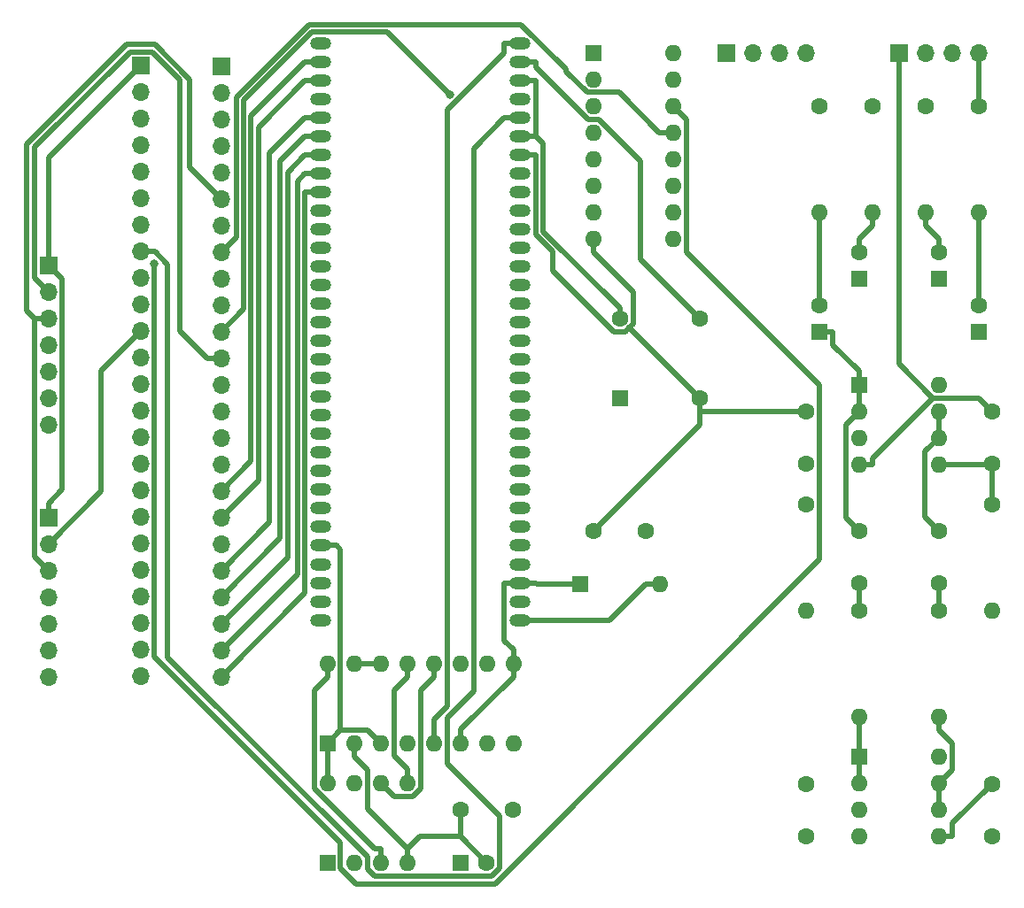
<source format=gbr>
%TF.GenerationSoftware,KiCad,Pcbnew,(5.1.6)-1*%
%TF.CreationDate,2020-10-04T22:05:10+02:00*%
%TF.ProjectId,Nes Sound Expansion,4e657320-536f-4756-9e64-20457870616e,rev?*%
%TF.SameCoordinates,Original*%
%TF.FileFunction,Copper,L2,Bot*%
%TF.FilePolarity,Positive*%
%FSLAX46Y46*%
G04 Gerber Fmt 4.6, Leading zero omitted, Abs format (unit mm)*
G04 Created by KiCad (PCBNEW (5.1.6)-1) date 2020-10-04 22:05:10*
%MOMM*%
%LPD*%
G01*
G04 APERTURE LIST*
%TA.AperFunction,ComponentPad*%
%ADD10C,1.600000*%
%TD*%
%TA.AperFunction,ComponentPad*%
%ADD11R,1.600000X1.600000*%
%TD*%
%TA.AperFunction,ComponentPad*%
%ADD12O,1.600000X1.600000*%
%TD*%
%TA.AperFunction,ComponentPad*%
%ADD13O,2.000000X1.200000*%
%TD*%
%TA.AperFunction,ComponentPad*%
%ADD14O,1.700000X1.700000*%
%TD*%
%TA.AperFunction,ComponentPad*%
%ADD15R,1.700000X1.700000*%
%TD*%
%TA.AperFunction,ViaPad*%
%ADD16C,0.800000*%
%TD*%
%TA.AperFunction,Conductor*%
%ADD17C,0.500000*%
%TD*%
G04 APERTURE END LIST*
D10*
%TO.P,C10,2*%
%TO.N,Net-(C10-Pad2)*%
X179070000Y-66080000D03*
D11*
%TO.P,C10,1*%
%TO.N,Net-(C10-Pad1)*%
X179070000Y-68580000D03*
%TD*%
D10*
%TO.P,C13,2*%
%TO.N,Net-(C13-Pad2)*%
X194310000Y-66080000D03*
D11*
%TO.P,C13,1*%
%TO.N,Net-(C13-Pad1)*%
X194310000Y-68580000D03*
%TD*%
D10*
%TO.P,C12,2*%
%TO.N,Net-(C12-Pad2)*%
X190500000Y-61000000D03*
D11*
%TO.P,C12,1*%
%TO.N,Aout_YM2608*%
X190500000Y-63500000D03*
%TD*%
D10*
%TO.P,C11,2*%
%TO.N,Net-(C11-Pad2)*%
X182880000Y-61000000D03*
D11*
%TO.P,C11,1*%
%TO.N,Aout_YM2608*%
X182880000Y-63500000D03*
%TD*%
D10*
%TO.P,C2,2*%
%TO.N,GND*%
X147280000Y-119380000D03*
D11*
%TO.P,C2,1*%
%TO.N,Net-(C2-Pad1)*%
X144780000Y-119380000D03*
%TD*%
D12*
%TO.P,U4,8*%
%TO.N,+5V*%
X190500000Y-73660000D03*
%TO.P,U4,4*%
%TO.N,GND*%
X182880000Y-81280000D03*
%TO.P,U4,7*%
%TO.N,Net-(C13-Pad1)*%
X190500000Y-76200000D03*
%TO.P,U4,3*%
%TO.N,Net-(C7-Pad2)*%
X182880000Y-78740000D03*
%TO.P,U4,6*%
%TO.N,Net-(C13-Pad1)*%
X190500000Y-78740000D03*
%TO.P,U4,2*%
%TO.N,Net-(C10-Pad1)*%
X182880000Y-76200000D03*
%TO.P,U4,5*%
%TO.N,Net-(C9-Pad2)*%
X190500000Y-81280000D03*
D11*
%TO.P,U4,1*%
%TO.N,Net-(C10-Pad1)*%
X182880000Y-73660000D03*
%TD*%
D12*
%TO.P,U3,8*%
%TO.N,+5V*%
X190500000Y-109220000D03*
%TO.P,U3,4*%
%TO.N,GND*%
X182880000Y-116840000D03*
%TO.P,U3,7*%
%TO.N,Net-(R2-Pad2)*%
X190500000Y-111760000D03*
%TO.P,U3,3*%
%TO.N,Net-(C4-Pad2)*%
X182880000Y-114300000D03*
%TO.P,U3,6*%
%TO.N,Net-(R2-Pad2)*%
X190500000Y-114300000D03*
%TO.P,U3,2*%
%TO.N,Net-(R1-Pad2)*%
X182880000Y-111760000D03*
%TO.P,U3,5*%
%TO.N,Net-(C3-Pad2)*%
X190500000Y-116840000D03*
D11*
%TO.P,U3,1*%
%TO.N,Net-(R1-Pad2)*%
X182880000Y-109220000D03*
%TD*%
D12*
%TO.P,U2,8*%
%TO.N,+5V*%
X132080000Y-111760000D03*
%TO.P,U2,4*%
%TO.N,GND*%
X139700000Y-119380000D03*
%TO.P,U2,7*%
%TO.N,Net-(U2-Pad6)*%
X134620000Y-111760000D03*
%TO.P,U2,3*%
%TO.N,Net-(C2-Pad1)*%
X137160000Y-119380000D03*
%TO.P,U2,6*%
%TO.N,Net-(U2-Pad6)*%
X137160000Y-111760000D03*
%TO.P,U2,2*%
%TO.N,Net-(U2-Pad1)*%
X134620000Y-119380000D03*
%TO.P,U2,5*%
%TO.N,Net-(C5-Pad2)*%
X139700000Y-111760000D03*
D11*
%TO.P,U2,1*%
%TO.N,Net-(U2-Pad1)*%
X132080000Y-119380000D03*
%TD*%
D12*
%TO.P,R8,2*%
%TO.N,Net-(C13-Pad2)*%
X194310000Y-57150000D03*
D10*
%TO.P,R8,1*%
%TO.N,Net-(J6-Pad4)*%
X194310000Y-46990000D03*
%TD*%
D12*
%TO.P,R7,2*%
%TO.N,Net-(C12-Pad2)*%
X189230000Y-57150000D03*
D10*
%TO.P,R7,1*%
%TO.N,Net-(J6-Pad4)*%
X189230000Y-46990000D03*
%TD*%
D12*
%TO.P,R6,2*%
%TO.N,Net-(C11-Pad2)*%
X184150000Y-57150000D03*
D10*
%TO.P,R6,1*%
%TO.N,Net-(J6-Pad3)*%
X184150000Y-46990000D03*
%TD*%
D12*
%TO.P,R5,2*%
%TO.N,Net-(C10-Pad2)*%
X179070000Y-57150000D03*
D10*
%TO.P,R5,1*%
%TO.N,Net-(J6-Pad3)*%
X179070000Y-46990000D03*
%TD*%
D12*
%TO.P,R4,2*%
%TO.N,Net-(C8-Pad2)*%
X195580000Y-95250000D03*
D10*
%TO.P,R4,1*%
%TO.N,Net-(C9-Pad2)*%
X195580000Y-85090000D03*
%TD*%
D12*
%TO.P,R3,2*%
%TO.N,Net-(C6-Pad2)*%
X177800000Y-95250000D03*
D10*
%TO.P,R3,1*%
%TO.N,Net-(C7-Pad2)*%
X177800000Y-85090000D03*
%TD*%
D12*
%TO.P,R2,2*%
%TO.N,Net-(R2-Pad2)*%
X190500000Y-105410000D03*
D10*
%TO.P,R2,1*%
%TO.N,Net-(C8-Pad2)*%
X190500000Y-95250000D03*
%TD*%
D12*
%TO.P,R1,2*%
%TO.N,Net-(R1-Pad2)*%
X182880000Y-105410000D03*
D10*
%TO.P,R1,1*%
%TO.N,Net-(C6-Pad2)*%
X182880000Y-95250000D03*
%TD*%
%TO.P,C9,2*%
%TO.N,Net-(C9-Pad2)*%
X195580000Y-81200000D03*
%TO.P,C9,1*%
%TO.N,GND*%
X195580000Y-76200000D03*
%TD*%
%TO.P,C8,2*%
%TO.N,Net-(C8-Pad2)*%
X190500000Y-92630000D03*
%TO.P,C8,1*%
%TO.N,Net-(C13-Pad1)*%
X190500000Y-87630000D03*
%TD*%
%TO.P,C7,2*%
%TO.N,Net-(C7-Pad2)*%
X177800000Y-81200000D03*
%TO.P,C7,1*%
%TO.N,GND*%
X177800000Y-76200000D03*
%TD*%
%TO.P,C6,2*%
%TO.N,Net-(C6-Pad2)*%
X182880000Y-92630000D03*
%TO.P,C6,1*%
%TO.N,Net-(C10-Pad1)*%
X182880000Y-87630000D03*
%TD*%
%TO.P,C5,2*%
%TO.N,Net-(C5-Pad2)*%
X149780000Y-114300000D03*
%TO.P,C5,1*%
%TO.N,GND*%
X144780000Y-114300000D03*
%TD*%
%TO.P,C4,2*%
%TO.N,Net-(C4-Pad2)*%
X177800000Y-111840000D03*
%TO.P,C4,1*%
%TO.N,GND*%
X177800000Y-116840000D03*
%TD*%
%TO.P,C3,2*%
%TO.N,Net-(C3-Pad2)*%
X195580000Y-111840000D03*
%TO.P,C3,1*%
%TO.N,GND*%
X195580000Y-116840000D03*
%TD*%
D12*
%TO.P,YM3016,16*%
%TO.N,Net-(C2-Pad1)*%
X132080000Y-100330000D03*
%TO.P,YM3016,8*%
%TO.N,Net-(YM2608-Pad29)*%
X149860000Y-107950000D03*
%TO.P,YM3016,15*%
%TO.N,Net-(U2-Pad1)*%
X134620000Y-100330000D03*
%TO.P,YM3016,7*%
%TO.N,Net-(YM2608-Pad30)*%
X147320000Y-107950000D03*
%TO.P,YM3016,14*%
%TO.N,Net-(U2-Pad1)*%
X137160000Y-100330000D03*
%TO.P,YM3016,6*%
%TO.N,+5V*%
X144780000Y-107950000D03*
%TO.P,YM3016,13*%
%TO.N,Net-(C5-Pad2)*%
X139700000Y-100330000D03*
%TO.P,YM3016,5*%
%TO.N,Net-(YM2608-Pad64)*%
X142240000Y-107950000D03*
%TO.P,YM3016,12*%
%TO.N,Net-(U2-Pad6)*%
X142240000Y-100330000D03*
%TO.P,YM3016,4*%
%TO.N,Net-(YM2608-Pad31)*%
X139700000Y-107950000D03*
%TO.P,YM3016,11*%
%TO.N,Net-(C4-Pad2)*%
X144780000Y-100330000D03*
%TO.P,YM3016,3*%
%TO.N,+5V*%
X137160000Y-107950000D03*
%TO.P,YM3016,10*%
%TO.N,Net-(C3-Pad2)*%
X147320000Y-100330000D03*
%TO.P,YM3016,2*%
%TO.N,GND*%
X134620000Y-107950000D03*
%TO.P,YM3016,9*%
%TO.N,+5V*%
X149860000Y-100330000D03*
D11*
%TO.P,YM3016,1*%
X132080000Y-107950000D03*
%TD*%
D10*
%TO.P,C1,2*%
%TO.N,Net-(C1-Pad2)*%
X162480000Y-87630000D03*
%TO.P,C1,1*%
%TO.N,GND*%
X157480000Y-87630000D03*
%TD*%
D12*
%TO.P,U1,16*%
%TO.N,+5V*%
X165100000Y-41910000D03*
%TO.P,U1,8*%
%TO.N,GND*%
X157480000Y-59690000D03*
%TO.P,U1,15*%
%TO.N,Net-(J3-Pad5)*%
X165100000Y-44450000D03*
%TO.P,U1,7*%
%TO.N,N/C*%
X157480000Y-57150000D03*
%TO.P,U1,14*%
%TO.N,Net-(J3-Pad7)*%
X165100000Y-46990000D03*
%TO.P,U1,6*%
%TO.N,N/C*%
X157480000Y-54610000D03*
%TO.P,U1,13*%
%TO.N,Net-(J4-Pad8)*%
X165100000Y-49530000D03*
%TO.P,U1,5*%
%TO.N,N/C*%
X157480000Y-52070000D03*
%TO.P,U1,12*%
X165100000Y-52070000D03*
%TO.P,U1,4*%
X157480000Y-49530000D03*
%TO.P,U1,11*%
%TO.N,Net-(U1-Pad11)*%
X165100000Y-54610000D03*
%TO.P,U1,3*%
%TO.N,N/C*%
X157480000Y-46990000D03*
%TO.P,U1,10*%
X165100000Y-57150000D03*
%TO.P,U1,2*%
X157480000Y-44450000D03*
%TO.P,U1,9*%
X165100000Y-59690000D03*
D11*
%TO.P,U1,1*%
X157480000Y-41910000D03*
%TD*%
D10*
%TO.P,X1,4*%
%TO.N,GND*%
X167640000Y-74930000D03*
%TO.P,X1,5*%
%TO.N,Net-(X1-Pad5)*%
X167640000Y-67310000D03*
%TO.P,X1,8*%
%TO.N,+5V*%
X160020000Y-67310000D03*
D11*
%TO.P,X1,1*%
%TO.N,N/C*%
X160020000Y-74930000D03*
%TD*%
D13*
%TO.P,YM2608,32*%
%TO.N,GND*%
X131445000Y-96170000D03*
%TO.P,YM2608,33*%
%TO.N,Net-(C1-Pad2)*%
X150495000Y-96170000D03*
%TO.P,YM2608,31*%
%TO.N,Net-(YM2608-Pad31)*%
X131445000Y-94390000D03*
%TO.P,YM2608,34*%
%TO.N,N/C*%
X150495000Y-94390000D03*
%TO.P,YM2608,30*%
%TO.N,Net-(YM2608-Pad30)*%
X131445000Y-92610000D03*
%TO.P,YM2608,35*%
%TO.N,+5V*%
X150495000Y-92610000D03*
%TO.P,YM2608,29*%
%TO.N,Net-(YM2608-Pad29)*%
X131445000Y-90830000D03*
%TO.P,YM2608,36*%
%TO.N,N/C*%
X150495000Y-90830000D03*
%TO.P,YM2608,28*%
%TO.N,+5V*%
X131445000Y-89050000D03*
%TO.P,YM2608,37*%
%TO.N,N/C*%
X150495000Y-89050000D03*
%TO.P,YM2608,27*%
%TO.N,Aout_YM2608*%
X131445000Y-87270000D03*
%TO.P,YM2608,38*%
%TO.N,N/C*%
X150495000Y-87270000D03*
%TO.P,YM2608,26*%
%TO.N,GND*%
X131445000Y-85490000D03*
%TO.P,YM2608,39*%
X150495000Y-85490000D03*
%TO.P,YM2608,25*%
%TO.N,N/C*%
X131445000Y-83710000D03*
%TO.P,YM2608,40*%
X150495000Y-83710000D03*
%TO.P,YM2608,24*%
X131445000Y-81930000D03*
%TO.P,YM2608,41*%
X150495000Y-81930000D03*
%TO.P,YM2608,23*%
X131445000Y-80150000D03*
%TO.P,YM2608,42*%
X150495000Y-80150000D03*
%TO.P,YM2608,22*%
X131445000Y-78370000D03*
%TO.P,YM2608,43*%
X150495000Y-78370000D03*
%TO.P,YM2608,21*%
X131445000Y-76590000D03*
%TO.P,YM2608,44*%
X150495000Y-76590000D03*
%TO.P,YM2608,20*%
X131445000Y-74810000D03*
%TO.P,YM2608,45*%
X150495000Y-74810000D03*
%TO.P,YM2608,19*%
X131445000Y-73030000D03*
%TO.P,YM2608,46*%
X150495000Y-73030000D03*
%TO.P,YM2608,18*%
X131445000Y-71250000D03*
%TO.P,YM2608,47*%
X150495000Y-71250000D03*
%TO.P,YM2608,17*%
X131445000Y-69470000D03*
%TO.P,YM2608,48*%
X150495000Y-69470000D03*
%TO.P,YM2608,16*%
X131445000Y-67690000D03*
%TO.P,YM2608,49*%
X150495000Y-67690000D03*
%TO.P,YM2608,15*%
X131445000Y-65910000D03*
%TO.P,YM2608,50*%
X150495000Y-65910000D03*
%TO.P,YM2608,14*%
X131445000Y-64130000D03*
%TO.P,YM2608,51*%
X150495000Y-64130000D03*
%TO.P,YM2608,13*%
X131445000Y-62350000D03*
%TO.P,YM2608,52*%
X150495000Y-62350000D03*
%TO.P,YM2608,12*%
X131445000Y-60570000D03*
%TO.P,YM2608,53*%
X150495000Y-60570000D03*
%TO.P,YM2608,11*%
X131445000Y-58790000D03*
%TO.P,YM2608,54*%
X150495000Y-58790000D03*
%TO.P,YM2608,10*%
X131445000Y-57010000D03*
%TO.P,YM2608,55*%
X150495000Y-57010000D03*
%TO.P,YM2608,9*%
%TO.N,Net-(J4-Pad24)*%
X131445000Y-55230000D03*
%TO.P,YM2608,56*%
%TO.N,N/C*%
X150495000Y-55230000D03*
%TO.P,YM2608,8*%
%TO.N,Net-(J4-Pad23)*%
X131445000Y-53450000D03*
%TO.P,YM2608,57*%
%TO.N,Net-(U1-Pad11)*%
X150495000Y-53450000D03*
%TO.P,YM2608,7*%
%TO.N,Net-(J4-Pad22)*%
X131445000Y-51670000D03*
%TO.P,YM2608,58*%
%TO.N,GND*%
X150495000Y-51670000D03*
%TO.P,YM2608,6*%
%TO.N,Net-(J4-Pad21)*%
X131445000Y-49890000D03*
%TO.P,YM2608,59*%
%TO.N,+5V*%
X150495000Y-49890000D03*
%TO.P,YM2608,5*%
%TO.N,Net-(J4-Pad20)*%
X131445000Y-48110000D03*
%TO.P,YM2608,60*%
%TO.N,Net-(J3-Pad8)*%
X150495000Y-48110000D03*
%TO.P,YM2608,4*%
%TO.N,Net-(J4-Pad19)*%
X131445000Y-46330000D03*
%TO.P,YM2608,61*%
%TO.N,Net-(J4-Pad11)*%
X150495000Y-46330000D03*
%TO.P,YM2608,3*%
%TO.N,Net-(J4-Pad18)*%
X131445000Y-44550000D03*
%TO.P,YM2608,62*%
%TO.N,+5V*%
X150495000Y-44550000D03*
%TO.P,YM2608,2*%
%TO.N,Net-(J4-Pad17)*%
X131445000Y-42770000D03*
%TO.P,YM2608,63*%
%TO.N,Net-(X1-Pad5)*%
X150495000Y-42770000D03*
%TO.P,YM2608,1*%
%TO.N,GND*%
X131445000Y-40990000D03*
%TO.P,YM2608,64*%
%TO.N,Net-(YM2608-Pad64)*%
X150495000Y-40990000D03*
%TD*%
D14*
%TO.P,J6,4*%
%TO.N,Net-(J6-Pad4)*%
X194310000Y-41910000D03*
%TO.P,J6,3*%
%TO.N,Net-(J6-Pad3)*%
X191770000Y-41910000D03*
%TO.P,J6,2*%
%TO.N,N/C*%
X189230000Y-41910000D03*
D15*
%TO.P,J6,1*%
%TO.N,GND*%
X186690000Y-41910000D03*
%TD*%
D14*
%TO.P,J5,4*%
%TO.N,N/C*%
X177800000Y-41910000D03*
%TO.P,J5,3*%
X175260000Y-41910000D03*
%TO.P,J5,2*%
X172720000Y-41910000D03*
D15*
%TO.P,J5,1*%
X170180000Y-41910000D03*
%TD*%
D14*
%TO.P,J4,24*%
%TO.N,Net-(J4-Pad24)*%
X121920000Y-101600000D03*
%TO.P,J4,23*%
%TO.N,Net-(J4-Pad23)*%
X121920000Y-99060000D03*
%TO.P,J4,22*%
%TO.N,Net-(J4-Pad22)*%
X121920000Y-96520000D03*
%TO.P,J4,21*%
%TO.N,Net-(J4-Pad21)*%
X121920000Y-93980000D03*
%TO.P,J4,20*%
%TO.N,Net-(J4-Pad20)*%
X121920000Y-91440000D03*
%TO.P,J4,19*%
%TO.N,Net-(J4-Pad19)*%
X121920000Y-88900000D03*
%TO.P,J4,18*%
%TO.N,Net-(J4-Pad18)*%
X121920000Y-86360000D03*
%TO.P,J4,17*%
%TO.N,Net-(J4-Pad17)*%
X121920000Y-83820000D03*
%TO.P,J4,16*%
%TO.N,N/C*%
X121920000Y-81280000D03*
%TO.P,J4,15*%
X121920000Y-78740000D03*
%TO.P,J4,14*%
%TO.N,Net-(J1-Pad4)*%
X121920000Y-76200000D03*
%TO.P,J4,13*%
%TO.N,N/C*%
X121920000Y-73660000D03*
%TO.P,J4,12*%
%TO.N,Net-(J1-Pad2)*%
X121920000Y-71120000D03*
%TO.P,J4,11*%
%TO.N,Net-(J4-Pad11)*%
X121920000Y-68580000D03*
%TO.P,J4,10*%
%TO.N,N/C*%
X121920000Y-66040000D03*
%TO.P,J4,9*%
X121920000Y-63500000D03*
%TO.P,J4,8*%
%TO.N,Net-(J4-Pad8)*%
X121920000Y-60960000D03*
%TO.P,J4,7*%
%TO.N,N/C*%
X121920000Y-58420000D03*
%TO.P,J4,6*%
%TO.N,Net-(J1-Pad3)*%
X121920000Y-55880000D03*
%TO.P,J4,5*%
%TO.N,N/C*%
X121920000Y-53340000D03*
%TO.P,J4,4*%
X121920000Y-50800000D03*
%TO.P,J4,3*%
X121920000Y-48260000D03*
%TO.P,J4,2*%
%TO.N,GND*%
X121920000Y-45720000D03*
D15*
%TO.P,J4,1*%
%TO.N,+5V*%
X121920000Y-43180000D03*
%TD*%
D14*
%TO.P,J3,24*%
%TO.N,N/C*%
X114230000Y-101560000D03*
%TO.P,J3,23*%
X114230000Y-99020000D03*
%TO.P,J3,22*%
X114230000Y-96480000D03*
%TO.P,J3,21*%
X114230000Y-93940000D03*
%TO.P,J3,20*%
X114230000Y-91400000D03*
%TO.P,J3,19*%
%TO.N,Net-(J2-Pad4)*%
X114230000Y-88860000D03*
%TO.P,J3,18*%
%TO.N,N/C*%
X114230000Y-86320000D03*
%TO.P,J3,17*%
X114230000Y-83780000D03*
%TO.P,J3,16*%
X114230000Y-81240000D03*
%TO.P,J3,15*%
X114230000Y-78700000D03*
%TO.P,J3,14*%
%TO.N,Net-(J1-Pad4)*%
X114230000Y-76160000D03*
%TO.P,J3,13*%
%TO.N,N/C*%
X114230000Y-73620000D03*
%TO.P,J3,12*%
X114230000Y-71080000D03*
%TO.P,J3,11*%
%TO.N,Net-(J2-Pad2)*%
X114230000Y-68540000D03*
%TO.P,J3,10*%
%TO.N,N/C*%
X114230000Y-66000000D03*
%TO.P,J3,9*%
X114230000Y-63460000D03*
%TO.P,J3,8*%
%TO.N,Net-(J3-Pad8)*%
X114230000Y-60920000D03*
%TO.P,J3,7*%
%TO.N,Net-(J3-Pad7)*%
X114230000Y-58380000D03*
%TO.P,J3,6*%
%TO.N,N/C*%
X114230000Y-55840000D03*
%TO.P,J3,5*%
%TO.N,Net-(J3-Pad5)*%
X114230000Y-53300000D03*
%TO.P,J3,4*%
%TO.N,N/C*%
X114230000Y-50760000D03*
%TO.P,J3,3*%
X114230000Y-48220000D03*
%TO.P,J3,2*%
%TO.N,GND*%
X114230000Y-45680000D03*
D15*
%TO.P,J3,1*%
%TO.N,+5V*%
X114230000Y-43140000D03*
%TD*%
D14*
%TO.P,J2,7*%
%TO.N,GND*%
X105410000Y-101600000D03*
%TO.P,J2,6*%
%TO.N,N/C*%
X105410000Y-99060000D03*
%TO.P,J2,5*%
X105410000Y-96520000D03*
%TO.P,J2,4*%
%TO.N,Net-(J2-Pad4)*%
X105410000Y-93980000D03*
%TO.P,J2,3*%
%TO.N,Net-(J1-Pad3)*%
X105410000Y-91440000D03*
%TO.P,J2,2*%
%TO.N,Net-(J2-Pad2)*%
X105410000Y-88900000D03*
D15*
%TO.P,J2,1*%
%TO.N,+5V*%
X105410000Y-86360000D03*
%TD*%
D14*
%TO.P,J1,7*%
%TO.N,GND*%
X105410000Y-77470000D03*
%TO.P,J1,6*%
%TO.N,N/C*%
X105410000Y-74930000D03*
%TO.P,J1,5*%
X105410000Y-72390000D03*
%TO.P,J1,4*%
%TO.N,Net-(J1-Pad4)*%
X105410000Y-69850000D03*
%TO.P,J1,3*%
%TO.N,Net-(J1-Pad3)*%
X105410000Y-67310000D03*
%TO.P,J1,2*%
%TO.N,Net-(J1-Pad2)*%
X105410000Y-64770000D03*
D15*
%TO.P,J1,1*%
%TO.N,+5V*%
X105410000Y-62230000D03*
%TD*%
D12*
%TO.P,D1,2*%
%TO.N,Net-(C1-Pad2)*%
X163830000Y-92710000D03*
D11*
%TO.P,D1,1*%
%TO.N,+5V*%
X156210000Y-92710000D03*
%TD*%
D16*
%TO.N,Net-(J3-Pad7)*%
X115530400Y-62124500D03*
%TO.N,Net-(J4-Pad11)*%
X143759000Y-45924500D03*
%TD*%
D17*
%TO.N,Net-(C1-Pad2)*%
X163830000Y-92710000D02*
X162530000Y-92710000D01*
X150495000Y-96170000D02*
X159070000Y-96170000D01*
X159070000Y-96170000D02*
X162530000Y-92710000D01*
%TO.N,Net-(J1-Pad3)*%
X121920000Y-55880000D02*
X118922400Y-52882400D01*
X118922400Y-52882400D02*
X118922400Y-44460400D01*
X118922400Y-44460400D02*
X115587300Y-41125300D01*
X115587300Y-41125300D02*
X112912800Y-41125300D01*
X112912800Y-41125300D02*
X103368700Y-50669400D01*
X103368700Y-50669400D02*
X103368700Y-66569100D01*
X103368700Y-66569100D02*
X104109600Y-67310000D01*
X105410000Y-67310000D02*
X104109600Y-67310000D01*
X104109600Y-67310000D02*
X104109600Y-90139600D01*
X104109600Y-90139600D02*
X105410000Y-91440000D01*
%TO.N,+5V*%
X151995000Y-44550000D02*
X151995000Y-49890000D01*
X150495000Y-44550000D02*
X151995000Y-44550000D01*
X160020000Y-67310000D02*
X160020000Y-66319500D01*
X160020000Y-66319500D02*
X152695300Y-58994800D01*
X152695300Y-58994800D02*
X152695300Y-50590300D01*
X152695300Y-50590300D02*
X151995000Y-49890000D01*
X150495000Y-92610000D02*
X151995000Y-92610000D01*
X156210000Y-92710000D02*
X152095000Y-92710000D01*
X152095000Y-92710000D02*
X151995000Y-92610000D01*
X131445000Y-89050000D02*
X132945000Y-89050000D01*
X133337700Y-106692300D02*
X132080000Y-107950000D01*
X137160000Y-107950000D02*
X135902300Y-106692300D01*
X135902300Y-106692300D02*
X133337700Y-106692300D01*
X132945000Y-89050000D02*
X133337700Y-89442700D01*
X133337700Y-89442700D02*
X133337700Y-106692300D01*
X149860000Y-100330000D02*
X149860000Y-99030000D01*
X150495000Y-92610000D02*
X148995000Y-92610000D01*
X148995000Y-92610000D02*
X148995000Y-98165000D01*
X148995000Y-98165000D02*
X149860000Y-99030000D01*
X105410000Y-62230000D02*
X106737900Y-63557900D01*
X106737900Y-63557900D02*
X106737900Y-83682100D01*
X106737900Y-83682100D02*
X105410000Y-85010000D01*
X114230000Y-43140000D02*
X105410000Y-51960000D01*
X105410000Y-51960000D02*
X105410000Y-62230000D01*
X105410000Y-86360000D02*
X105410000Y-85010000D01*
X144780000Y-107950000D02*
X144780000Y-106650000D01*
X149860000Y-100330000D02*
X149860000Y-101630000D01*
X149860000Y-101630000D02*
X144840000Y-106650000D01*
X144840000Y-106650000D02*
X144780000Y-106650000D01*
X132080000Y-107950000D02*
X132080000Y-111760000D01*
X150495000Y-49890000D02*
X151995000Y-49890000D01*
%TO.N,GND*%
X189961200Y-74930000D02*
X194310000Y-74930000D01*
X194310000Y-74930000D02*
X195580000Y-76200000D01*
X184180000Y-81280000D02*
X184180000Y-80711200D01*
X184180000Y-80711200D02*
X189961200Y-74930000D01*
X186690000Y-41910000D02*
X186690000Y-71658800D01*
X186690000Y-71658800D02*
X189961200Y-74930000D01*
X182880000Y-81280000D02*
X184180000Y-81280000D01*
X160929800Y-68219700D02*
X160546400Y-68603100D01*
X160546400Y-68603100D02*
X159497200Y-68603100D01*
X159497200Y-68603100D02*
X153641500Y-62747400D01*
X153641500Y-62747400D02*
X153641500Y-60931500D01*
X153641500Y-60931500D02*
X151995000Y-59285000D01*
X151995000Y-59285000D02*
X151995000Y-51670000D01*
X157480000Y-60990000D02*
X161284200Y-64794200D01*
X161284200Y-64794200D02*
X161284200Y-67865300D01*
X161284200Y-67865300D02*
X160929800Y-68219700D01*
X160929800Y-68219700D02*
X167640000Y-74930000D01*
X150495000Y-51670000D02*
X151995000Y-51670000D01*
X144780000Y-116880000D02*
X147280000Y-119380000D01*
X144780000Y-114300000D02*
X144780000Y-116880000D01*
X144780000Y-116880000D02*
X140900000Y-116880000D01*
X140900000Y-116880000D02*
X139700000Y-118080000D01*
X139700000Y-119380000D02*
X139700000Y-118080000D01*
X134620000Y-107950000D02*
X134620000Y-109250000D01*
X134620000Y-109250000D02*
X135890000Y-110520000D01*
X135890000Y-110520000D02*
X135890000Y-114270000D01*
X135890000Y-114270000D02*
X139700000Y-118080000D01*
X167640000Y-76200000D02*
X177800000Y-76200000D01*
X167640000Y-76200000D02*
X167640000Y-77470000D01*
X167640000Y-77470000D02*
X157480000Y-87630000D01*
X167640000Y-74930000D02*
X167640000Y-76200000D01*
X157480000Y-59690000D02*
X157480000Y-60990000D01*
%TO.N,Net-(J1-Pad2)*%
X121920000Y-71120000D02*
X120570000Y-71120000D01*
X105410000Y-64770000D02*
X104109600Y-63469600D01*
X104109600Y-63469600D02*
X104109600Y-50921000D01*
X104109600Y-50921000D02*
X113191000Y-41839600D01*
X113191000Y-41839600D02*
X115311100Y-41839600D01*
X115311100Y-41839600D02*
X117970100Y-44498600D01*
X117970100Y-44498600D02*
X117970100Y-68520100D01*
X117970100Y-68520100D02*
X120570000Y-71120000D01*
%TO.N,Net-(J2-Pad2)*%
X105410000Y-88900000D02*
X110455100Y-83854900D01*
X110455100Y-83854900D02*
X110455100Y-72314900D01*
X110455100Y-72314900D02*
X114230000Y-68540000D01*
%TO.N,Net-(X1-Pad5)*%
X150495000Y-42770000D02*
X151995000Y-42770000D01*
X151995000Y-42770000D02*
X151995000Y-43290900D01*
X151995000Y-43290900D02*
X156964100Y-48260000D01*
X156964100Y-48260000D02*
X157989400Y-48260000D01*
X157989400Y-48260000D02*
X161984600Y-52255200D01*
X161984600Y-52255200D02*
X161984600Y-61654600D01*
X161984600Y-61654600D02*
X167640000Y-67310000D01*
%TO.N,Net-(YM2608-Pad64)*%
X142240000Y-106650000D02*
X142240000Y-105659500D01*
X142240000Y-105659500D02*
X143510000Y-104389500D01*
X143510000Y-104389500D02*
X143510000Y-47376100D01*
X143510000Y-47376100D02*
X148995000Y-41891100D01*
X148995000Y-41891100D02*
X148995000Y-40990000D01*
X142240000Y-107950000D02*
X142240000Y-106650000D01*
X150495000Y-40990000D02*
X148995000Y-40990000D01*
%TO.N,Net-(J4-Pad24)*%
X131445000Y-55230000D02*
X129945000Y-55230000D01*
X121920000Y-101600000D02*
X129945000Y-93575000D01*
X129945000Y-93575000D02*
X129945000Y-55230000D01*
%TO.N,Net-(J4-Pad23)*%
X129945000Y-53450000D02*
X129193100Y-54201900D01*
X129193100Y-54201900D02*
X129193100Y-91786900D01*
X129193100Y-91786900D02*
X121920000Y-99060000D01*
X131445000Y-53450000D02*
X129945000Y-53450000D01*
%TO.N,Net-(J4-Pad22)*%
X129945000Y-51670000D02*
X128271800Y-53343200D01*
X128271800Y-53343200D02*
X128271800Y-90168200D01*
X128271800Y-90168200D02*
X121920000Y-96520000D01*
X131445000Y-51670000D02*
X129945000Y-51670000D01*
%TO.N,Net-(J4-Pad21)*%
X129945000Y-49890000D02*
X127571400Y-52263600D01*
X127571400Y-52263600D02*
X127571400Y-88328600D01*
X127571400Y-88328600D02*
X121920000Y-93980000D01*
X131445000Y-49890000D02*
X129945000Y-49890000D01*
%TO.N,Net-(J4-Pad20)*%
X131445000Y-48110000D02*
X129945000Y-48110000D01*
X121920000Y-91440000D02*
X126520900Y-86839100D01*
X126520900Y-86839100D02*
X126520900Y-51534100D01*
X126520900Y-51534100D02*
X129945000Y-48110000D01*
%TO.N,Net-(J4-Pad18)*%
X129945000Y-44550000D02*
X125470600Y-49024400D01*
X125470600Y-49024400D02*
X125470600Y-82809400D01*
X125470600Y-82809400D02*
X121920000Y-86360000D01*
X131445000Y-44550000D02*
X129945000Y-44550000D01*
%TO.N,Net-(J4-Pad17)*%
X129945000Y-42770000D02*
X124770200Y-47944800D01*
X124770200Y-47944800D02*
X124770200Y-80969800D01*
X124770200Y-80969800D02*
X121920000Y-83820000D01*
X131445000Y-42770000D02*
X129945000Y-42770000D01*
%TO.N,Net-(U2-Pad6)*%
X142240000Y-100330000D02*
X142240000Y-101630000D01*
X137160000Y-111760000D02*
X138437900Y-113037900D01*
X138437900Y-113037900D02*
X140200800Y-113037900D01*
X140200800Y-113037900D02*
X140969900Y-112268800D01*
X140969900Y-112268800D02*
X140969900Y-102900100D01*
X140969900Y-102900100D02*
X142240000Y-101630000D01*
%TO.N,Net-(U2-Pad1)*%
X137160000Y-100330000D02*
X134620000Y-100330000D01*
%TO.N,Net-(C2-Pad1)*%
X137160000Y-119380000D02*
X137160000Y-118080000D01*
X132080000Y-100330000D02*
X132080000Y-101630000D01*
X132080000Y-101630000D02*
X130815600Y-102894400D01*
X130815600Y-102894400D02*
X130815600Y-112274300D01*
X130815600Y-112274300D02*
X136621300Y-118080000D01*
X136621300Y-118080000D02*
X137160000Y-118080000D01*
%TO.N,Net-(C3-Pad2)*%
X190500000Y-116840000D02*
X191800000Y-116840000D01*
X195580000Y-111840000D02*
X191800000Y-115620000D01*
X191800000Y-115620000D02*
X191800000Y-116840000D01*
%TO.N,Net-(C5-Pad2)*%
X139700000Y-111760000D02*
X139700000Y-110460000D01*
X139700000Y-100330000D02*
X139700000Y-101630000D01*
X139700000Y-101630000D02*
X138430100Y-102899900D01*
X138430100Y-102899900D02*
X138430100Y-109190100D01*
X138430100Y-109190100D02*
X139700000Y-110460000D01*
%TO.N,Net-(C6-Pad2)*%
X182880000Y-92630000D02*
X182880000Y-95250000D01*
%TO.N,Net-(C10-Pad1)*%
X182880000Y-87630000D02*
X181610700Y-86360700D01*
X181610700Y-86360700D02*
X181610700Y-77469300D01*
X181610700Y-77469300D02*
X182880000Y-76200000D01*
X179070000Y-68580000D02*
X180370000Y-68580000D01*
X182880000Y-73660000D02*
X182880000Y-72360000D01*
X182880000Y-72360000D02*
X180370000Y-69850000D01*
X180370000Y-69850000D02*
X180370000Y-68580000D01*
X182880000Y-73660000D02*
X182880000Y-76200000D01*
%TO.N,Net-(C8-Pad2)*%
X190500000Y-92630000D02*
X190500000Y-95250000D01*
%TO.N,Net-(C13-Pad1)*%
X190500000Y-78740000D02*
X190500000Y-76200000D01*
X190500000Y-87630000D02*
X189210400Y-86340400D01*
X189210400Y-86340400D02*
X189210400Y-80029600D01*
X189210400Y-80029600D02*
X190500000Y-78740000D01*
%TO.N,Net-(C9-Pad2)*%
X195580000Y-81280000D02*
X195580000Y-85090000D01*
X195580000Y-81200000D02*
X195580000Y-81280000D01*
X195580000Y-81280000D02*
X191800000Y-81280000D01*
X190500000Y-81280000D02*
X191800000Y-81280000D01*
%TO.N,Net-(C10-Pad2)*%
X179070000Y-57150000D02*
X179070000Y-66080000D01*
%TO.N,Net-(C11-Pad2)*%
X184150000Y-57150000D02*
X184150000Y-58450000D01*
X184150000Y-58450000D02*
X182880000Y-59720000D01*
X182880000Y-59720000D02*
X182880000Y-61000000D01*
%TO.N,Net-(C12-Pad2)*%
X189230000Y-57150000D02*
X189230000Y-58450000D01*
X189230000Y-58450000D02*
X190500000Y-59720000D01*
X190500000Y-59720000D02*
X190500000Y-61000000D01*
%TO.N,Net-(C13-Pad2)*%
X194310000Y-57150000D02*
X194310000Y-66080000D01*
%TO.N,Net-(J6-Pad4)*%
X194310000Y-41910000D02*
X194310000Y-46990000D01*
%TO.N,Net-(R1-Pad2)*%
X182880000Y-109220000D02*
X182880000Y-111760000D01*
X182880000Y-105410000D02*
X182880000Y-109220000D01*
%TO.N,Net-(R2-Pad2)*%
X190500000Y-114300000D02*
X190500000Y-111760000D01*
X190500000Y-105410000D02*
X190500000Y-106710000D01*
X190500000Y-106710000D02*
X191779200Y-107989200D01*
X191779200Y-107989200D02*
X191779200Y-110480800D01*
X191779200Y-110480800D02*
X190500000Y-111760000D01*
%TO.N,Net-(J3-Pad8)*%
X148995000Y-48110000D02*
X146049900Y-51055100D01*
X146049900Y-51055100D02*
X146049900Y-102989300D01*
X146049900Y-102989300D02*
X143509800Y-105529400D01*
X143509800Y-105529400D02*
X143509800Y-109899100D01*
X143509800Y-109899100D02*
X148548300Y-114937600D01*
X148548300Y-114937600D02*
X148548300Y-119881400D01*
X148548300Y-119881400D02*
X147783400Y-120646300D01*
X147783400Y-120646300D02*
X136573600Y-120646300D01*
X136573600Y-120646300D02*
X135890000Y-119962700D01*
X135890000Y-119962700D02*
X135890000Y-118849800D01*
X135890000Y-118849800D02*
X116792800Y-99752600D01*
X116792800Y-99752600D02*
X116792800Y-62132800D01*
X116792800Y-62132800D02*
X115580000Y-60920000D01*
X150495000Y-48110000D02*
X148995000Y-48110000D01*
X114230000Y-60920000D02*
X115580000Y-60920000D01*
%TO.N,Net-(J3-Pad7)*%
X165100000Y-46990000D02*
X166389600Y-48279600D01*
X166389600Y-48279600D02*
X166389600Y-60960000D01*
X166389600Y-60960000D02*
X179107200Y-73677600D01*
X179107200Y-73677600D02*
X179107200Y-90370900D01*
X179107200Y-90370900D02*
X148075300Y-121402800D01*
X148075300Y-121402800D02*
X134832100Y-121402800D01*
X134832100Y-121402800D02*
X133330400Y-119901100D01*
X133330400Y-119901100D02*
X133330400Y-117457400D01*
X133330400Y-117457400D02*
X115530400Y-99657400D01*
X115530400Y-99657400D02*
X115530400Y-62124500D01*
%TO.N,Net-(J4-Pad11)*%
X143759000Y-45924500D02*
X137746800Y-39912300D01*
X137746800Y-39912300D02*
X130582500Y-39912300D01*
X130582500Y-39912300D02*
X124069900Y-46424900D01*
X124069900Y-46424900D02*
X124069900Y-66430100D01*
X124069900Y-66430100D02*
X121920000Y-68580000D01*
%TO.N,Net-(J4-Pad8)*%
X163800000Y-49530000D02*
X159970400Y-45700400D01*
X159970400Y-45700400D02*
X156930200Y-45700400D01*
X156930200Y-45700400D02*
X154910800Y-43681000D01*
X154910800Y-43681000D02*
X154910800Y-43489300D01*
X154910800Y-43489300D02*
X150606200Y-39184700D01*
X150606200Y-39184700D02*
X130319600Y-39184700D01*
X130319600Y-39184700D02*
X123369600Y-46134700D01*
X123369600Y-46134700D02*
X123369600Y-59510400D01*
X123369600Y-59510400D02*
X121920000Y-60960000D01*
X165100000Y-49530000D02*
X163800000Y-49530000D01*
%TD*%
M02*

</source>
